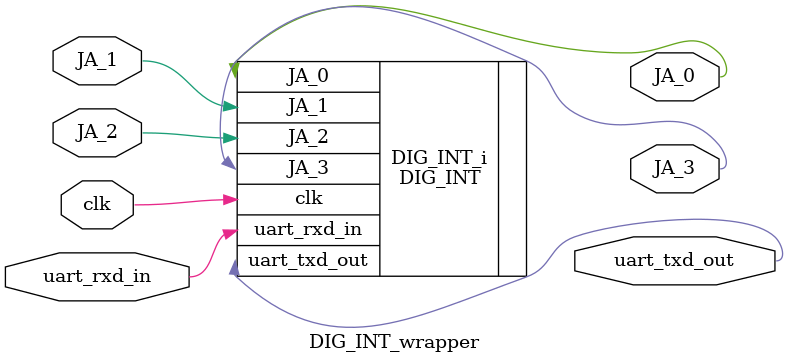
<source format=v>
`timescale 1 ps / 1 ps

module DIG_INT_wrapper
   (JA_0,
    JA_1,
    JA_2,
    JA_3,
    clk,
    uart_rxd_in,
    uart_txd_out);
  output JA_0;
  input JA_1;
  input JA_2;
  output JA_3;
  input clk;
  input uart_rxd_in;
  output uart_txd_out;

  wire JA_0;
  wire JA_1;
  wire JA_2;
  wire JA_3;
  wire clk;
  wire uart_rxd_in;
  wire uart_txd_out;

  DIG_INT DIG_INT_i
       (.JA_0(JA_0),
        .JA_1(JA_1),
        .JA_2(JA_2),
        .JA_3(JA_3),
        .clk(clk),
        .uart_rxd_in(uart_rxd_in),
        .uart_txd_out(uart_txd_out));
endmodule

</source>
